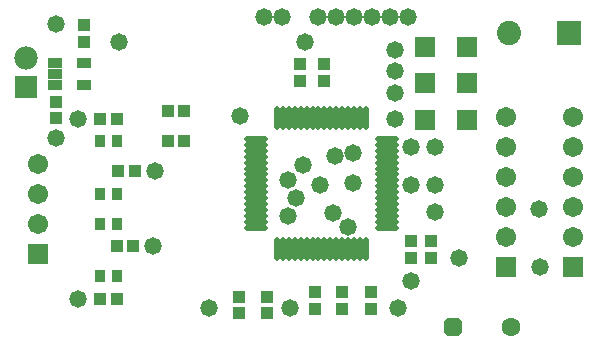
<source format=gts>
%FSLAX25Y25*%
%MOIN*%
G70*
G01*
G75*
G04 Layer_Color=8388736*
%ADD10R,0.03543X0.03150*%
%ADD11O,0.01181X0.07087*%
%ADD12O,0.07087X0.01181*%
%ADD13R,0.05906X0.05906*%
%ADD14R,0.02756X0.03543*%
%ADD15R,0.03150X0.03543*%
%ADD16R,0.04331X0.02559*%
%ADD17C,0.01000*%
%ADD18C,0.07000*%
%ADD19R,0.07000X0.07000*%
%ADD20R,0.05906X0.05906*%
%ADD21C,0.05906*%
%ADD22C,0.07284*%
%ADD23R,0.07284X0.07284*%
%ADD24C,0.05512*%
G04:AMPARAMS|DCode=25|XSize=55.12mil|YSize=55.12mil|CornerRadius=0mil|HoleSize=0mil|Usage=FLASHONLY|Rotation=0.000|XOffset=0mil|YOffset=0mil|HoleType=Round|Shape=Octagon|*
%AMOCTAGOND25*
4,1,8,0.02756,-0.01378,0.02756,0.01378,0.01378,0.02756,-0.01378,0.02756,-0.02756,0.01378,-0.02756,-0.01378,-0.01378,-0.02756,0.01378,-0.02756,0.02756,-0.01378,0.0*
%
%ADD25OCTAGOND25*%

%ADD26C,0.05000*%
%ADD27C,0.04000*%
G04:AMPARAMS|DCode=28|XSize=100mil|YSize=100mil|CornerRadius=0mil|HoleSize=0mil|Usage=FLASHONLY|Rotation=0.000|XOffset=0mil|YOffset=0mil|HoleType=Round|Shape=Relief|Width=10mil|Gap=10mil|Entries=4|*
%AMTHD28*
7,0,0,0.10000,0.08000,0.01000,45*
%
%ADD28THD28*%
%ADD29C,0.08000*%
%ADD30C,0.07543*%
G04:AMPARAMS|DCode=31|XSize=95.433mil|YSize=95.433mil|CornerRadius=0mil|HoleSize=0mil|Usage=FLASHONLY|Rotation=0.000|XOffset=0mil|YOffset=0mil|HoleType=Round|Shape=Relief|Width=10mil|Gap=10mil|Entries=4|*
%AMTHD31*
7,0,0,0.09543,0.07543,0.01000,45*
%
%ADD31THD31*%
G04:AMPARAMS|DCode=32|XSize=103.307mil|YSize=103.307mil|CornerRadius=0mil|HoleSize=0mil|Usage=FLASHONLY|Rotation=0.000|XOffset=0mil|YOffset=0mil|HoleType=Round|Shape=Relief|Width=10mil|Gap=10mil|Entries=4|*
%AMTHD32*
7,0,0,0.10331,0.08331,0.01000,45*
%
%ADD32THD32*%
%ADD33C,0.08331*%
%ADD34C,0.07150*%
G04:AMPARAMS|DCode=35|XSize=88mil|YSize=88mil|CornerRadius=0mil|HoleSize=0mil|Usage=FLASHONLY|Rotation=0.000|XOffset=0mil|YOffset=0mil|HoleType=Round|Shape=Relief|Width=10mil|Gap=10mil|Entries=4|*
%AMTHD35*
7,0,0,0.08800,0.06800,0.01000,45*
%
%ADD35THD35*%
%ADD36C,0.06800*%
%ADD37O,0.01575X0.07096*%
%ADD38R,0.01575X0.07096*%
%ADD39O,0.06496X0.02165*%
%ADD40O,0.02165X0.06496*%
%ADD41C,0.02362*%
%ADD42C,0.00984*%
%ADD43C,0.00787*%
%ADD44C,0.00961*%
%ADD45C,0.00882*%
%ADD46C,0.00870*%
%ADD47R,0.04343X0.03950*%
%ADD48O,0.01981X0.07887*%
%ADD49O,0.07887X0.01981*%
%ADD50R,0.06706X0.06706*%
%ADD51R,0.03556X0.04343*%
%ADD52R,0.03950X0.04343*%
%ADD53R,0.05131X0.03359*%
%ADD54C,0.07800*%
%ADD55R,0.07800X0.07800*%
%ADD56R,0.06706X0.06706*%
%ADD57C,0.06706*%
%ADD58C,0.08083*%
%ADD59R,0.08083X0.08083*%
%ADD60C,0.06312*%
G04:AMPARAMS|DCode=61|XSize=63.12mil|YSize=63.12mil|CornerRadius=0mil|HoleSize=0mil|Usage=FLASHONLY|Rotation=0.000|XOffset=0mil|YOffset=0mil|HoleType=Round|Shape=Octagon|*
%AMOCTAGOND61*
4,1,8,0.03156,-0.01578,0.03156,0.01578,0.01578,0.03156,-0.01578,0.03156,-0.03156,0.01578,-0.03156,-0.01578,-0.01578,-0.03156,0.01578,-0.03156,0.03156,-0.01578,0.0*
%
%ADD61OCTAGOND61*%

%ADD62C,0.05800*%
D47*
X127500Y237244D02*
D03*
Y242756D02*
D03*
X118000Y217256D02*
D03*
Y211744D02*
D03*
X223000Y153756D02*
D03*
Y148244D02*
D03*
X207500Y224244D02*
D03*
Y229756D02*
D03*
X213500Y153756D02*
D03*
Y148244D02*
D03*
X199500Y224244D02*
D03*
Y229756D02*
D03*
X204500Y153756D02*
D03*
Y148244D02*
D03*
X188500Y146744D02*
D03*
Y152256D02*
D03*
X179000Y146744D02*
D03*
Y152256D02*
D03*
X236500Y170756D02*
D03*
Y165244D02*
D03*
X243000Y170756D02*
D03*
Y165244D02*
D03*
D48*
X191736Y211850D02*
D03*
X193705D02*
D03*
X195673D02*
D03*
X197642D02*
D03*
X199610D02*
D03*
X201579D02*
D03*
X203547D02*
D03*
X205516D02*
D03*
X207484D02*
D03*
X209453D02*
D03*
X211421D02*
D03*
X213390D02*
D03*
X215358D02*
D03*
X217327D02*
D03*
X219295D02*
D03*
X221264D02*
D03*
Y168150D02*
D03*
X219295D02*
D03*
X217327D02*
D03*
X215358D02*
D03*
X213390D02*
D03*
X211421D02*
D03*
X209453D02*
D03*
X207484D02*
D03*
X205516D02*
D03*
X203547D02*
D03*
X201579D02*
D03*
X199610D02*
D03*
X197642D02*
D03*
X195673D02*
D03*
X193705D02*
D03*
X191736D02*
D03*
D49*
X228350Y204764D02*
D03*
Y202795D02*
D03*
Y200827D02*
D03*
Y198858D02*
D03*
Y196890D02*
D03*
Y194921D02*
D03*
Y192953D02*
D03*
Y190984D02*
D03*
Y189016D02*
D03*
Y187047D02*
D03*
Y185079D02*
D03*
Y183110D02*
D03*
Y181142D02*
D03*
Y179173D02*
D03*
Y177205D02*
D03*
Y175236D02*
D03*
X184650D02*
D03*
Y177205D02*
D03*
Y179173D02*
D03*
Y181142D02*
D03*
Y183110D02*
D03*
Y185079D02*
D03*
Y187047D02*
D03*
Y189016D02*
D03*
Y190984D02*
D03*
Y192953D02*
D03*
Y194921D02*
D03*
Y196890D02*
D03*
Y198858D02*
D03*
Y200827D02*
D03*
Y202795D02*
D03*
Y204764D02*
D03*
D50*
X241110Y223500D02*
D03*
X254890D02*
D03*
X241110Y211000D02*
D03*
X254890D02*
D03*
X241110Y235500D02*
D03*
X254890D02*
D03*
D51*
X138453Y159000D02*
D03*
X132547D02*
D03*
X138453Y176500D02*
D03*
X132547D02*
D03*
X138453Y204000D02*
D03*
X132547D02*
D03*
X138453Y186500D02*
D03*
X132547D02*
D03*
D52*
X138256Y151500D02*
D03*
X132744D02*
D03*
X138244Y169000D02*
D03*
X143756D02*
D03*
X138744Y194000D02*
D03*
X144256D02*
D03*
X138256Y211500D02*
D03*
X132744D02*
D03*
X155244Y204000D02*
D03*
X160756D02*
D03*
X155244Y214000D02*
D03*
X160756D02*
D03*
D53*
X117776Y230240D02*
D03*
Y226500D02*
D03*
Y222760D02*
D03*
X127224D02*
D03*
Y230240D02*
D03*
D54*
X108000Y231921D02*
D03*
D55*
Y222079D02*
D03*
D56*
X112000Y166500D02*
D03*
X268000Y162000D02*
D03*
X290500D02*
D03*
D57*
X112000Y176500D02*
D03*
Y186500D02*
D03*
Y196500D02*
D03*
X268000Y212000D02*
D03*
Y202000D02*
D03*
Y192000D02*
D03*
Y182000D02*
D03*
Y172000D02*
D03*
X290500Y212000D02*
D03*
Y202000D02*
D03*
Y192000D02*
D03*
Y182000D02*
D03*
Y172000D02*
D03*
D58*
X269000Y240000D02*
D03*
D59*
X289000D02*
D03*
D60*
X269606Y142000D02*
D03*
D61*
X250394D02*
D03*
D62*
X252500Y165000D02*
D03*
X201000Y237000D02*
D03*
X118000Y243000D02*
D03*
X198000Y185000D02*
D03*
X236500Y157500D02*
D03*
X231000Y211500D02*
D03*
X118000Y205000D02*
D03*
X179500Y212500D02*
D03*
X236500Y189500D02*
D03*
X139000Y237000D02*
D03*
X231000Y227500D02*
D03*
Y234500D02*
D03*
X229500Y245500D02*
D03*
X231000Y220000D02*
D03*
X244500Y202000D02*
D03*
X236500D02*
D03*
X125500Y151500D02*
D03*
Y211500D02*
D03*
X151000Y194000D02*
D03*
X150500Y169000D02*
D03*
X196000Y148500D02*
D03*
X279000Y181500D02*
D03*
X217500Y245500D02*
D03*
X235500D02*
D03*
X223500D02*
D03*
X187500D02*
D03*
X211500D02*
D03*
X205500D02*
D03*
X193500D02*
D03*
X169000Y148500D02*
D03*
X195500Y191000D02*
D03*
X232000Y148500D02*
D03*
X279500Y162000D02*
D03*
X217000Y200000D02*
D03*
X211000Y199000D02*
D03*
X217000Y190000D02*
D03*
X215500Y175500D02*
D03*
X200500Y196000D02*
D03*
X244500Y180500D02*
D03*
Y189500D02*
D03*
X210500Y180000D02*
D03*
X206000Y189500D02*
D03*
X195500Y179000D02*
D03*
M02*

</source>
